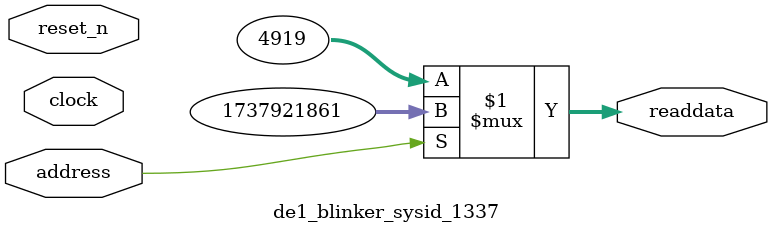
<source format=v>

`timescale 1ns / 1ps
// synthesis translate_on

// turn off superfluous verilog processor warnings 
// altera message_level Level1 
// altera message_off 10034 10035 10036 10037 10230 10240 10030 

module de1_blinker_sysid_1337 (
               // inputs:
                address,
                clock,
                reset_n,

               // outputs:
                readdata
             )
;

  output  [ 31: 0] readdata;
  input            address;
  input            clock;
  input            reset_n;

  wire    [ 31: 0] readdata;
  //control_slave, which is an e_avalon_slave
  assign readdata = address ? 1737921861 : 4919;

endmodule




</source>
